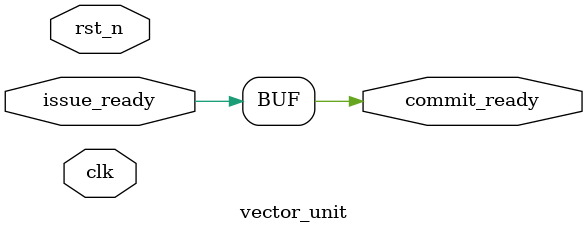
<source format=v>
module vector_unit(
    input  wire clk,
    input  wire rst_n,
    input  wire issue_ready,
    output wire commit_ready
);
    assign commit_ready = issue_ready;
endmodule

</source>
